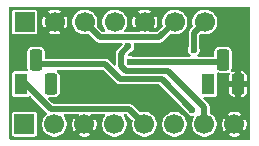
<source format=gbr>
%TF.GenerationSoftware,KiCad,Pcbnew,9.0.5*%
%TF.CreationDate,2025-11-23T20:09:45-05:00*%
%TF.ProjectId,Silicon Fuzz Face Compact,53696c69-636f-46e2-9046-757a7a204661,rev?*%
%TF.SameCoordinates,Original*%
%TF.FileFunction,Copper,L2,Bot*%
%TF.FilePolarity,Positive*%
%FSLAX46Y46*%
G04 Gerber Fmt 4.6, Leading zero omitted, Abs format (unit mm)*
G04 Created by KiCad (PCBNEW 9.0.5) date 2025-11-23 20:09:45*
%MOMM*%
%LPD*%
G01*
G04 APERTURE LIST*
G04 Aperture macros list*
%AMRoundRect*
0 Rectangle with rounded corners*
0 $1 Rounding radius*
0 $2 $3 $4 $5 $6 $7 $8 $9 X,Y pos of 4 corners*
0 Add a 4 corners polygon primitive as box body*
4,1,4,$2,$3,$4,$5,$6,$7,$8,$9,$2,$3,0*
0 Add four circle primitives for the rounded corners*
1,1,$1+$1,$2,$3*
1,1,$1+$1,$4,$5*
1,1,$1+$1,$6,$7*
1,1,$1+$1,$8,$9*
0 Add four rect primitives between the rounded corners*
20,1,$1+$1,$2,$3,$4,$5,0*
20,1,$1+$1,$4,$5,$6,$7,0*
20,1,$1+$1,$6,$7,$8,$9,0*
20,1,$1+$1,$8,$9,$2,$3,0*%
G04 Aperture macros list end*
%TA.AperFunction,ComponentPad*%
%ADD10R,1.700000X1.700000*%
%TD*%
%TA.AperFunction,ComponentPad*%
%ADD11C,1.700000*%
%TD*%
%TA.AperFunction,ComponentPad*%
%ADD12R,1.100000X1.800000*%
%TD*%
%TA.AperFunction,ComponentPad*%
%ADD13RoundRect,0.275000X-0.275000X-0.625000X0.275000X-0.625000X0.275000X0.625000X-0.275000X0.625000X0*%
%TD*%
%TA.AperFunction,ViaPad*%
%ADD14C,0.600000*%
%TD*%
%TA.AperFunction,Conductor*%
%ADD15C,0.500000*%
%TD*%
G04 APERTURE END LIST*
D10*
%TO.P,J1,1,Pin_1*%
%TO.N,/1k Pot 1*%
X50500000Y-90950000D03*
D11*
%TO.P,J1,2,Pin_2*%
%TO.N,/1k Pot 2*%
X53040000Y-90950000D03*
%TO.P,J1,3,Pin_3*%
%TO.N,GND*%
X55580000Y-90950000D03*
%TO.P,J1,4,Pin_4*%
%TO.N,/20k Pot 1*%
X58120000Y-90950000D03*
%TO.P,J1,5,Pin_5*%
%TO.N,/20k Pot 2*%
X60660000Y-90950000D03*
%TO.P,J1,6,Pin_6*%
%TO.N,/500k Pot 1*%
X63200000Y-90950000D03*
%TO.P,J1,7,Pin_7*%
%TO.N,/500k Pot 2*%
X65740000Y-90950000D03*
%TO.P,J1,8,Pin_8*%
%TO.N,GND*%
X68280000Y-90950000D03*
%TD*%
D10*
%TO.P,J2,1,Pin_1*%
%TO.N,/InputHigh*%
X50520000Y-82300000D03*
D11*
%TO.P,J2,2,Pin_2*%
%TO.N,GND*%
X53060000Y-82300000D03*
%TO.P,J2,3,Pin_3*%
%TO.N,/+9V*%
X55600000Y-82300000D03*
%TO.P,J2,4,Pin_4*%
%TO.N,/500k Pot 2*%
X58140000Y-82300000D03*
%TO.P,J2,5,Pin_5*%
%TO.N,GND*%
X60680000Y-82300000D03*
%TO.P,J2,6,Pin_6*%
%TO.N,/+9V*%
X63220000Y-82300000D03*
%TO.P,J2,7,Pin_7*%
%TO.N,/9V-GND*%
X65760000Y-82300000D03*
%TD*%
D12*
%TO.P,Q2,1,C*%
%TO.N,/20k Pot 2*%
X50210000Y-87550000D03*
D13*
%TO.P,Q2,2,B*%
%TO.N,Net-(Q1-C)*%
X51480000Y-85480000D03*
%TO.P,Q2,3,E*%
%TO.N,/1k Pot 1*%
X52750000Y-87550000D03*
%TD*%
D12*
%TO.P,Q1,1,C*%
%TO.N,Net-(Q1-C)*%
X66050000Y-87550000D03*
D13*
%TO.P,Q1,2,B*%
%TO.N,Net-(Q1-B)*%
X67320000Y-85480000D03*
%TO.P,Q1,3,E*%
%TO.N,GND*%
X68590000Y-87550000D03*
%TD*%
D14*
%TO.N,GND*%
X56925000Y-91900000D03*
X59375000Y-81400000D03*
X68550000Y-85900000D03*
X61975000Y-91900000D03*
X66750000Y-83275000D03*
X50225000Y-85975000D03*
X53825000Y-87450000D03*
X57850000Y-87500000D03*
X66975000Y-91875000D03*
X52133081Y-91950000D03*
X54300000Y-81400000D03*
X60525000Y-84925000D03*
X64450000Y-81425000D03*
%TO.N,Net-(Q1-C)*%
X64700000Y-89725000D03*
%TO.N,Net-(Q1-B)*%
X59425000Y-85675000D03*
%TO.N,/500k Pot 2*%
X59300000Y-84351000D03*
%TO.N,/9V-GND*%
X64850000Y-84650000D03*
%TD*%
D15*
%TO.N,Net-(Q1-C)*%
X51480000Y-85880000D02*
X57340108Y-85880000D01*
X58587108Y-87127000D02*
X62102000Y-87127000D01*
X62102000Y-87127000D02*
X64700000Y-89725000D01*
X57340108Y-85880000D02*
X58587108Y-87127000D01*
%TO.N,Net-(Q1-B)*%
X59425000Y-85675000D02*
X67115000Y-85675000D01*
X67115000Y-85675000D02*
X67320000Y-85880000D01*
%TO.N,/+9V*%
X61919000Y-83601000D02*
X63220000Y-82300000D01*
X56901000Y-83601000D02*
X61919000Y-83601000D01*
X55600000Y-82300000D02*
X56901000Y-83601000D01*
%TO.N,/500k Pot 2*%
X59113925Y-86426000D02*
X58675000Y-85987075D01*
X58675000Y-85987075D02*
X58675000Y-84976000D01*
X65740000Y-90950000D02*
X65740000Y-89515000D01*
X65740000Y-89515000D02*
X62651000Y-86426000D01*
X62651000Y-86426000D02*
X59113925Y-86426000D01*
X58675000Y-84976000D02*
X59300000Y-84351000D01*
%TO.N,/20k Pot 2*%
X52709000Y-89649000D02*
X50210000Y-87150000D01*
X60660000Y-90950000D02*
X59359000Y-89649000D01*
X59359000Y-89649000D02*
X52709000Y-89649000D01*
%TO.N,/9V-GND*%
X64850000Y-84650000D02*
X64850000Y-83210000D01*
X64850000Y-83210000D02*
X65760000Y-82300000D01*
%TD*%
%TA.AperFunction,Conductor*%
%TO.N,GND*%
G36*
X69558691Y-81019407D02*
G01*
X69594655Y-81068907D01*
X69599500Y-81099500D01*
X69599500Y-92150500D01*
X69580593Y-92208691D01*
X69531093Y-92244655D01*
X69500500Y-92249500D01*
X49299500Y-92249500D01*
X49241309Y-92230593D01*
X49205345Y-92181093D01*
X49200500Y-92150500D01*
X49200500Y-90080253D01*
X49449500Y-90080253D01*
X49449500Y-91819746D01*
X49449501Y-91819758D01*
X49461132Y-91878227D01*
X49461134Y-91878233D01*
X49505445Y-91944548D01*
X49505448Y-91944552D01*
X49571769Y-91988867D01*
X49616231Y-91997711D01*
X49630241Y-92000498D01*
X49630246Y-92000498D01*
X49630252Y-92000500D01*
X49630253Y-92000500D01*
X51369747Y-92000500D01*
X51369748Y-92000500D01*
X51428231Y-91988867D01*
X51494552Y-91944552D01*
X51538867Y-91878231D01*
X51550500Y-91819748D01*
X51550500Y-90080252D01*
X51538867Y-90021769D01*
X51494552Y-89955448D01*
X51494548Y-89955445D01*
X51428233Y-89911134D01*
X51428231Y-89911133D01*
X51428228Y-89911132D01*
X51428227Y-89911132D01*
X51369758Y-89899501D01*
X51369748Y-89899500D01*
X49630252Y-89899500D01*
X49630251Y-89899500D01*
X49630241Y-89899501D01*
X49571772Y-89911132D01*
X49571766Y-89911134D01*
X49505451Y-89955445D01*
X49505445Y-89955451D01*
X49461134Y-90021766D01*
X49461132Y-90021772D01*
X49449501Y-90080241D01*
X49449500Y-90080253D01*
X49200500Y-90080253D01*
X49200500Y-86630253D01*
X49459500Y-86630253D01*
X49459500Y-88469746D01*
X49459501Y-88469758D01*
X49468367Y-88514327D01*
X49471133Y-88528231D01*
X49515448Y-88594552D01*
X49581769Y-88638867D01*
X49626231Y-88647711D01*
X49640241Y-88650498D01*
X49640246Y-88650498D01*
X49640252Y-88650500D01*
X49640253Y-88650500D01*
X50779747Y-88650500D01*
X50779748Y-88650500D01*
X50838231Y-88638867D01*
X50904552Y-88594552D01*
X50904552Y-88594551D01*
X50904673Y-88594471D01*
X50963561Y-88577862D01*
X51020965Y-88599039D01*
X51029678Y-88606781D01*
X52396889Y-89973992D01*
X52424665Y-90028508D01*
X52415094Y-90088940D01*
X52381889Y-90126308D01*
X52370350Y-90134018D01*
X52224020Y-90280348D01*
X52109058Y-90452402D01*
X52029869Y-90643581D01*
X51989500Y-90846532D01*
X51989500Y-91053467D01*
X52029869Y-91256418D01*
X52109058Y-91447597D01*
X52140777Y-91495068D01*
X52224023Y-91619655D01*
X52370345Y-91765977D01*
X52542402Y-91880941D01*
X52733580Y-91960130D01*
X52936535Y-92000500D01*
X52936536Y-92000500D01*
X53143464Y-92000500D01*
X53143465Y-92000500D01*
X53346420Y-91960130D01*
X53537598Y-91880941D01*
X53709655Y-91765977D01*
X53855977Y-91619655D01*
X53970941Y-91447598D01*
X54050130Y-91256420D01*
X54090500Y-91053465D01*
X54090500Y-90846535D01*
X54050130Y-90643580D01*
X53970941Y-90452402D01*
X53855977Y-90280345D01*
X53844133Y-90268501D01*
X53816358Y-90213987D01*
X53825929Y-90153555D01*
X53869194Y-90110290D01*
X53914139Y-90099500D01*
X55042045Y-90099500D01*
X55100236Y-90118407D01*
X55112048Y-90128496D01*
X55450590Y-90467037D01*
X55387007Y-90484075D01*
X55272993Y-90549901D01*
X55179901Y-90642993D01*
X55114075Y-90757007D01*
X55097037Y-90820591D01*
X54681377Y-90404931D01*
X54649501Y-90452638D01*
X54570349Y-90643727D01*
X54530000Y-90846581D01*
X54530000Y-91053418D01*
X54570349Y-91256272D01*
X54649501Y-91447360D01*
X54649505Y-91447369D01*
X54681377Y-91495067D01*
X55097036Y-91079407D01*
X55114075Y-91142993D01*
X55179901Y-91257007D01*
X55272993Y-91350099D01*
X55387007Y-91415925D01*
X55450590Y-91432962D01*
X55034931Y-91848621D01*
X55082639Y-91880498D01*
X55273727Y-91959650D01*
X55476581Y-91999999D01*
X55476586Y-92000000D01*
X55683414Y-92000000D01*
X55683418Y-91999999D01*
X55886272Y-91959650D01*
X56077359Y-91880499D01*
X56125068Y-91848621D01*
X55709409Y-91432962D01*
X55772993Y-91415925D01*
X55887007Y-91350099D01*
X55980099Y-91257007D01*
X56045925Y-91142993D01*
X56062962Y-91079409D01*
X56478621Y-91495068D01*
X56510499Y-91447359D01*
X56589650Y-91256272D01*
X56629999Y-91053418D01*
X56630000Y-91053413D01*
X56630000Y-90846586D01*
X56629999Y-90846581D01*
X56589650Y-90643727D01*
X56510498Y-90452639D01*
X56478621Y-90404931D01*
X56062962Y-90820590D01*
X56045925Y-90757007D01*
X55980099Y-90642993D01*
X55887007Y-90549901D01*
X55772993Y-90484075D01*
X55709409Y-90467037D01*
X56047952Y-90128496D01*
X56102468Y-90100719D01*
X56117955Y-90099500D01*
X57245861Y-90099500D01*
X57304052Y-90118407D01*
X57340016Y-90167907D01*
X57340016Y-90229093D01*
X57315866Y-90268501D01*
X57304023Y-90280345D01*
X57304020Y-90280348D01*
X57189058Y-90452402D01*
X57109869Y-90643581D01*
X57069500Y-90846532D01*
X57069500Y-91053467D01*
X57109869Y-91256418D01*
X57189058Y-91447597D01*
X57220777Y-91495068D01*
X57304023Y-91619655D01*
X57450345Y-91765977D01*
X57622402Y-91880941D01*
X57813580Y-91960130D01*
X58016535Y-92000500D01*
X58016536Y-92000500D01*
X58223464Y-92000500D01*
X58223465Y-92000500D01*
X58426420Y-91960130D01*
X58617598Y-91880941D01*
X58789655Y-91765977D01*
X58935977Y-91619655D01*
X59050941Y-91447598D01*
X59130130Y-91256420D01*
X59170500Y-91053465D01*
X59170500Y-90846535D01*
X59130130Y-90643580D01*
X59050941Y-90452402D01*
X58935977Y-90280345D01*
X58924133Y-90268501D01*
X58913610Y-90247848D01*
X58899984Y-90229093D01*
X58899984Y-90221103D01*
X58896358Y-90213987D01*
X58899984Y-90191092D01*
X58899984Y-90167907D01*
X58904679Y-90161444D01*
X58905929Y-90153555D01*
X58922320Y-90137163D01*
X58935948Y-90118407D01*
X58943545Y-90115938D01*
X58949194Y-90110290D01*
X58994139Y-90099500D01*
X59131389Y-90099500D01*
X59189580Y-90118407D01*
X59201393Y-90128497D01*
X59623503Y-90550608D01*
X59651280Y-90605124D01*
X59650597Y-90639925D01*
X59609500Y-90846532D01*
X59609500Y-91053467D01*
X59649869Y-91256418D01*
X59729058Y-91447597D01*
X59760777Y-91495068D01*
X59844023Y-91619655D01*
X59990345Y-91765977D01*
X60162402Y-91880941D01*
X60353580Y-91960130D01*
X60556535Y-92000500D01*
X60556536Y-92000500D01*
X60763464Y-92000500D01*
X60763465Y-92000500D01*
X60966420Y-91960130D01*
X61157598Y-91880941D01*
X61329655Y-91765977D01*
X61475977Y-91619655D01*
X61590941Y-91447598D01*
X61670130Y-91256420D01*
X61710500Y-91053465D01*
X61710500Y-90846535D01*
X61710499Y-90846532D01*
X62149500Y-90846532D01*
X62149500Y-91053467D01*
X62189869Y-91256418D01*
X62269058Y-91447597D01*
X62300777Y-91495068D01*
X62384023Y-91619655D01*
X62530345Y-91765977D01*
X62702402Y-91880941D01*
X62893580Y-91960130D01*
X63096535Y-92000500D01*
X63096536Y-92000500D01*
X63303464Y-92000500D01*
X63303465Y-92000500D01*
X63506420Y-91960130D01*
X63697598Y-91880941D01*
X63869655Y-91765977D01*
X64015977Y-91619655D01*
X64130941Y-91447598D01*
X64210130Y-91256420D01*
X64250500Y-91053465D01*
X64250500Y-90846535D01*
X64210130Y-90643580D01*
X64130941Y-90452402D01*
X64015977Y-90280345D01*
X63869655Y-90134023D01*
X63861385Y-90128497D01*
X63697597Y-90019058D01*
X63506418Y-89939869D01*
X63303467Y-89899500D01*
X63303465Y-89899500D01*
X63096535Y-89899500D01*
X63096532Y-89899500D01*
X62893581Y-89939869D01*
X62702402Y-90019058D01*
X62530348Y-90134020D01*
X62384020Y-90280348D01*
X62269058Y-90452402D01*
X62189869Y-90643581D01*
X62149500Y-90846532D01*
X61710499Y-90846532D01*
X61670130Y-90643580D01*
X61590941Y-90452402D01*
X61475977Y-90280345D01*
X61329655Y-90134023D01*
X61321385Y-90128497D01*
X61157597Y-90019058D01*
X60966418Y-89939869D01*
X60763467Y-89899500D01*
X60763465Y-89899500D01*
X60556535Y-89899500D01*
X60556532Y-89899500D01*
X60349925Y-89940597D01*
X60289164Y-89933405D01*
X60260608Y-89913503D01*
X59635614Y-89288511D01*
X59635609Y-89288507D01*
X59532890Y-89229202D01*
X59532886Y-89229200D01*
X59508673Y-89222712D01*
X59508673Y-89222713D01*
X59418309Y-89198500D01*
X59418307Y-89198500D01*
X52936612Y-89198500D01*
X52878421Y-89179593D01*
X52866608Y-89169504D01*
X52516607Y-88819503D01*
X52488830Y-88764986D01*
X52498401Y-88704554D01*
X52541666Y-88661289D01*
X52586607Y-88650499D01*
X53070484Y-88650499D01*
X53127114Y-88644412D01*
X53255226Y-88596628D01*
X53364687Y-88514687D01*
X53446628Y-88405226D01*
X53494412Y-88277114D01*
X53500500Y-88220485D01*
X53500499Y-86879516D01*
X53494412Y-86822886D01*
X53446628Y-86694774D01*
X53364687Y-86585313D01*
X53262414Y-86508753D01*
X53227162Y-86458745D01*
X53228036Y-86397566D01*
X53264703Y-86348585D01*
X53321744Y-86330500D01*
X57112497Y-86330500D01*
X57170688Y-86349407D01*
X57182501Y-86359496D01*
X58310494Y-87487489D01*
X58369804Y-87521731D01*
X58413222Y-87546799D01*
X58527799Y-87577500D01*
X61874389Y-87577500D01*
X61932580Y-87596407D01*
X61944393Y-87606496D01*
X64206625Y-89868728D01*
X64232246Y-89913105D01*
X64233608Y-89918186D01*
X64299500Y-90032314D01*
X64392686Y-90125500D01*
X64392688Y-90125501D01*
X64392690Y-90125503D01*
X64506810Y-90191390D01*
X64506808Y-90191390D01*
X64506812Y-90191391D01*
X64506814Y-90191392D01*
X64634108Y-90225500D01*
X64634110Y-90225500D01*
X64772381Y-90225500D01*
X64772381Y-90227677D01*
X64822973Y-90237045D01*
X64865098Y-90281420D01*
X64873094Y-90342080D01*
X64858065Y-90379056D01*
X64809059Y-90452399D01*
X64729869Y-90643581D01*
X64689500Y-90846532D01*
X64689500Y-91053467D01*
X64729869Y-91256418D01*
X64809058Y-91447597D01*
X64840777Y-91495068D01*
X64924023Y-91619655D01*
X65070345Y-91765977D01*
X65242402Y-91880941D01*
X65433580Y-91960130D01*
X65636535Y-92000500D01*
X65636536Y-92000500D01*
X65843464Y-92000500D01*
X65843465Y-92000500D01*
X66046420Y-91960130D01*
X66237598Y-91880941D01*
X66409655Y-91765977D01*
X66555977Y-91619655D01*
X66670941Y-91447598D01*
X66750130Y-91256420D01*
X66790500Y-91053465D01*
X66790500Y-90846581D01*
X67230000Y-90846581D01*
X67230000Y-91053418D01*
X67270349Y-91256272D01*
X67349501Y-91447360D01*
X67349505Y-91447369D01*
X67381377Y-91495067D01*
X67797036Y-91079407D01*
X67814075Y-91142993D01*
X67879901Y-91257007D01*
X67972993Y-91350099D01*
X68087007Y-91415925D01*
X68150590Y-91432962D01*
X67734931Y-91848621D01*
X67782639Y-91880498D01*
X67973727Y-91959650D01*
X68176581Y-91999999D01*
X68176586Y-92000000D01*
X68383414Y-92000000D01*
X68383418Y-91999999D01*
X68586272Y-91959650D01*
X68777359Y-91880499D01*
X68825068Y-91848621D01*
X68409409Y-91432962D01*
X68472993Y-91415925D01*
X68587007Y-91350099D01*
X68680099Y-91257007D01*
X68745925Y-91142993D01*
X68762962Y-91079409D01*
X69178621Y-91495068D01*
X69210499Y-91447359D01*
X69289650Y-91256272D01*
X69329999Y-91053418D01*
X69330000Y-91053413D01*
X69330000Y-90846586D01*
X69329999Y-90846581D01*
X69289650Y-90643727D01*
X69210498Y-90452639D01*
X69178621Y-90404931D01*
X68762962Y-90820590D01*
X68745925Y-90757007D01*
X68680099Y-90642993D01*
X68587007Y-90549901D01*
X68472993Y-90484075D01*
X68409407Y-90467036D01*
X68825067Y-90051377D01*
X68777369Y-90019505D01*
X68777360Y-90019501D01*
X68586272Y-89940349D01*
X68383418Y-89900000D01*
X68176581Y-89900000D01*
X67973727Y-89940349D01*
X67782638Y-90019501D01*
X67734931Y-90051377D01*
X68150591Y-90467037D01*
X68087007Y-90484075D01*
X67972993Y-90549901D01*
X67879901Y-90642993D01*
X67814075Y-90757007D01*
X67797037Y-90820591D01*
X67381377Y-90404931D01*
X67349501Y-90452638D01*
X67270349Y-90643727D01*
X67230000Y-90846581D01*
X66790500Y-90846581D01*
X66790500Y-90846535D01*
X66750130Y-90643580D01*
X66670941Y-90452402D01*
X66555977Y-90280345D01*
X66409655Y-90134023D01*
X66401385Y-90128497D01*
X66234499Y-90016988D01*
X66196619Y-89968938D01*
X66190500Y-89934672D01*
X66190500Y-89455690D01*
X66190499Y-89455688D01*
X66166286Y-89365326D01*
X66159799Y-89341113D01*
X66100490Y-89238386D01*
X66031608Y-89169504D01*
X65681608Y-88819503D01*
X65653831Y-88764987D01*
X65663402Y-88704555D01*
X65706667Y-88661290D01*
X65751612Y-88650500D01*
X66619747Y-88650500D01*
X66619748Y-88650500D01*
X66678231Y-88638867D01*
X66744552Y-88594552D01*
X66788867Y-88528231D01*
X66800500Y-88469748D01*
X66800500Y-87800001D01*
X67840001Y-87800001D01*
X67840001Y-88220436D01*
X67846081Y-88277004D01*
X67846082Y-88277006D01*
X67893814Y-88404983D01*
X67975668Y-88514327D01*
X67975672Y-88514331D01*
X68085016Y-88596185D01*
X68212990Y-88643916D01*
X68212998Y-88643918D01*
X68269566Y-88649999D01*
X68339999Y-88649998D01*
X68340000Y-88649998D01*
X68340000Y-87800001D01*
X68840000Y-87800001D01*
X68840000Y-88649998D01*
X68840001Y-88649999D01*
X68910431Y-88649999D01*
X68910436Y-88649998D01*
X68967004Y-88643918D01*
X68967006Y-88643917D01*
X69094983Y-88596185D01*
X69204327Y-88514331D01*
X69204331Y-88514327D01*
X69286185Y-88404983D01*
X69333916Y-88277009D01*
X69333918Y-88277001D01*
X69340000Y-88220434D01*
X69340000Y-87800001D01*
X69339999Y-87800000D01*
X68840001Y-87800000D01*
X68840000Y-87800001D01*
X68340000Y-87800001D01*
X68339999Y-87800000D01*
X67840002Y-87800000D01*
X67840001Y-87800001D01*
X66800500Y-87800001D01*
X66800500Y-86663891D01*
X66819407Y-86605700D01*
X66868907Y-86569736D01*
X66930093Y-86569736D01*
X66934073Y-86571124D01*
X66942886Y-86574412D01*
X66999515Y-86580500D01*
X67640484Y-86580499D01*
X67697114Y-86574412D01*
X67779364Y-86543733D01*
X67840491Y-86541113D01*
X67891486Y-86574924D01*
X67912868Y-86632251D01*
X67897146Y-86688770D01*
X67897207Y-86688803D01*
X67897065Y-86689062D01*
X67896471Y-86691199D01*
X67893931Y-86694800D01*
X67893815Y-86695013D01*
X67846083Y-86822990D01*
X67846081Y-86822998D01*
X67840000Y-86879565D01*
X67840000Y-87299999D01*
X67840001Y-87300000D01*
X68243590Y-87300000D01*
X68289925Y-87380255D01*
X68359745Y-87450075D01*
X68445255Y-87499444D01*
X68540630Y-87525000D01*
X68639370Y-87525000D01*
X68734745Y-87499444D01*
X68820255Y-87450075D01*
X68890075Y-87380255D01*
X68936410Y-87300000D01*
X69339998Y-87300000D01*
X69339999Y-87299999D01*
X69339999Y-86879569D01*
X69339998Y-86879563D01*
X69333918Y-86822995D01*
X69333917Y-86822993D01*
X69286185Y-86695016D01*
X69204331Y-86585672D01*
X69204327Y-86585668D01*
X69094983Y-86503814D01*
X68967009Y-86456083D01*
X68967001Y-86456081D01*
X68910434Y-86450000D01*
X68840001Y-86450000D01*
X68840000Y-86450001D01*
X68840000Y-86869670D01*
X68820255Y-86849925D01*
X68734745Y-86800556D01*
X68639370Y-86775000D01*
X68540630Y-86775000D01*
X68445255Y-86800556D01*
X68359745Y-86849925D01*
X68340000Y-86869670D01*
X68340000Y-86449999D01*
X68269570Y-86450000D01*
X68269562Y-86450001D01*
X68212995Y-86456081D01*
X68212990Y-86456082D01*
X68130949Y-86486682D01*
X68069820Y-86489302D01*
X68018825Y-86455491D01*
X67997444Y-86398163D01*
X68013842Y-86339216D01*
X68016535Y-86335395D01*
X68016625Y-86335231D01*
X68016625Y-86335229D01*
X68016628Y-86335226D01*
X68064412Y-86207114D01*
X68070500Y-86150485D01*
X68070499Y-84809516D01*
X68064412Y-84752886D01*
X68016628Y-84624774D01*
X67934687Y-84515313D01*
X67856540Y-84456813D01*
X67825228Y-84433373D01*
X67825226Y-84433372D01*
X67697114Y-84385588D01*
X67697113Y-84385587D01*
X67658895Y-84381479D01*
X67640485Y-84379500D01*
X67640481Y-84379500D01*
X66999521Y-84379500D01*
X66999515Y-84379501D01*
X66942888Y-84385587D01*
X66942886Y-84385588D01*
X66814774Y-84433372D01*
X66814773Y-84433372D01*
X66814772Y-84433373D01*
X66705315Y-84515311D01*
X66705311Y-84515315D01*
X66623373Y-84624771D01*
X66575587Y-84752887D01*
X66569500Y-84809518D01*
X66569500Y-85125500D01*
X66550593Y-85183691D01*
X66501093Y-85219655D01*
X66470500Y-85224500D01*
X65222197Y-85224500D01*
X65164006Y-85205593D01*
X65128042Y-85156093D01*
X65128042Y-85094907D01*
X65154755Y-85057118D01*
X65152725Y-85055088D01*
X65157311Y-85050501D01*
X65157314Y-85050500D01*
X65250500Y-84957314D01*
X65316392Y-84843186D01*
X65350500Y-84715892D01*
X65350500Y-84584108D01*
X65316392Y-84456814D01*
X65313761Y-84452258D01*
X65300500Y-84402761D01*
X65300500Y-83437609D01*
X65302968Y-83430011D01*
X65301719Y-83422122D01*
X65312243Y-83401466D01*
X65319407Y-83379418D01*
X65329485Y-83367616D01*
X65360607Y-83336494D01*
X65415122Y-83308719D01*
X65449923Y-83309402D01*
X65453577Y-83310128D01*
X65453580Y-83310130D01*
X65656535Y-83350500D01*
X65656536Y-83350500D01*
X65863464Y-83350500D01*
X65863465Y-83350500D01*
X66066420Y-83310130D01*
X66257598Y-83230941D01*
X66429655Y-83115977D01*
X66575977Y-82969655D01*
X66690941Y-82797598D01*
X66770130Y-82606420D01*
X66810500Y-82403465D01*
X66810500Y-82196535D01*
X66770130Y-81993580D01*
X66690941Y-81802402D01*
X66575977Y-81630345D01*
X66429655Y-81484023D01*
X66349182Y-81430253D01*
X66257597Y-81369058D01*
X66066418Y-81289869D01*
X65863467Y-81249500D01*
X65863465Y-81249500D01*
X65656535Y-81249500D01*
X65656532Y-81249500D01*
X65453581Y-81289869D01*
X65262402Y-81369058D01*
X65090348Y-81484020D01*
X64944020Y-81630348D01*
X64829058Y-81802402D01*
X64749869Y-81993581D01*
X64709500Y-82196532D01*
X64709500Y-82403467D01*
X64750597Y-82610075D01*
X64743405Y-82670836D01*
X64723503Y-82699392D01*
X64489511Y-82933385D01*
X64489507Y-82933390D01*
X64430200Y-83036112D01*
X64430200Y-83036113D01*
X64430201Y-83036114D01*
X64402443Y-83139710D01*
X64399500Y-83150692D01*
X64399500Y-84402761D01*
X64386238Y-84452259D01*
X64383608Y-84456813D01*
X64383608Y-84456814D01*
X64349500Y-84584108D01*
X64349500Y-84715892D01*
X64359413Y-84752887D01*
X64383609Y-84843190D01*
X64449496Y-84957309D01*
X64449498Y-84957311D01*
X64449500Y-84957314D01*
X64542686Y-85050500D01*
X64542688Y-85050501D01*
X64547275Y-85055088D01*
X64545128Y-85057234D01*
X64572719Y-85097358D01*
X64571133Y-85158523D01*
X64533898Y-85207074D01*
X64477803Y-85224500D01*
X59672239Y-85224500D01*
X59622741Y-85211238D01*
X59618186Y-85208608D01*
X59606934Y-85205593D01*
X59490892Y-85174500D01*
X59359108Y-85174500D01*
X59352619Y-85174500D01*
X59352619Y-85172059D01*
X59301907Y-85160533D01*
X59261610Y-85114492D01*
X59256070Y-85053558D01*
X59282603Y-85005499D01*
X59443727Y-84844374D01*
X59488113Y-84818751D01*
X59493186Y-84817392D01*
X59607314Y-84751500D01*
X59700500Y-84658314D01*
X59700503Y-84658309D01*
X59766390Y-84544190D01*
X59766390Y-84544188D01*
X59766392Y-84544186D01*
X59800500Y-84416892D01*
X59800500Y-84285108D01*
X59771297Y-84176120D01*
X59774500Y-84115022D01*
X59813005Y-84067472D01*
X59866924Y-84051500D01*
X61978309Y-84051500D01*
X62068669Y-84027287D01*
X62068672Y-84027287D01*
X62081903Y-84023741D01*
X62092887Y-84020799D01*
X62195614Y-83961489D01*
X62820608Y-83336494D01*
X62875123Y-83308719D01*
X62909924Y-83309402D01*
X62913576Y-83310128D01*
X62913580Y-83310130D01*
X63116535Y-83350500D01*
X63116536Y-83350500D01*
X63323464Y-83350500D01*
X63323465Y-83350500D01*
X63526420Y-83310130D01*
X63717598Y-83230941D01*
X63889655Y-83115977D01*
X64035977Y-82969655D01*
X64150941Y-82797598D01*
X64230130Y-82606420D01*
X64270500Y-82403465D01*
X64270500Y-82196535D01*
X64230130Y-81993580D01*
X64150941Y-81802402D01*
X64035977Y-81630345D01*
X63889655Y-81484023D01*
X63809182Y-81430253D01*
X63717597Y-81369058D01*
X63526418Y-81289869D01*
X63323467Y-81249500D01*
X63323465Y-81249500D01*
X63116535Y-81249500D01*
X63116532Y-81249500D01*
X62913581Y-81289869D01*
X62722402Y-81369058D01*
X62550348Y-81484020D01*
X62404020Y-81630348D01*
X62289058Y-81802402D01*
X62209869Y-81993581D01*
X62169500Y-82196532D01*
X62169500Y-82403467D01*
X62210597Y-82610074D01*
X62203405Y-82670835D01*
X62183503Y-82699391D01*
X61761394Y-83121503D01*
X61706877Y-83149281D01*
X61691390Y-83150500D01*
X61217955Y-83150500D01*
X61159764Y-83131593D01*
X61147951Y-83121504D01*
X60809409Y-82782962D01*
X60872993Y-82765925D01*
X60987007Y-82700099D01*
X61080099Y-82607007D01*
X61145925Y-82492993D01*
X61162962Y-82429409D01*
X61578621Y-82845068D01*
X61610499Y-82797359D01*
X61689650Y-82606272D01*
X61729999Y-82403418D01*
X61730000Y-82403413D01*
X61730000Y-82196586D01*
X61729999Y-82196581D01*
X61689650Y-81993727D01*
X61610498Y-81802639D01*
X61578621Y-81754931D01*
X61162962Y-82170590D01*
X61145925Y-82107007D01*
X61080099Y-81992993D01*
X60987007Y-81899901D01*
X60872993Y-81834075D01*
X60809407Y-81817036D01*
X61225067Y-81401377D01*
X61177369Y-81369505D01*
X61177360Y-81369501D01*
X60986272Y-81290349D01*
X60783418Y-81250000D01*
X60576581Y-81250000D01*
X60373727Y-81290349D01*
X60182638Y-81369501D01*
X60134931Y-81401377D01*
X60550591Y-81817037D01*
X60487007Y-81834075D01*
X60372993Y-81899901D01*
X60279901Y-81992993D01*
X60214075Y-82107007D01*
X60197037Y-82170591D01*
X59781377Y-81754931D01*
X59749501Y-81802638D01*
X59670349Y-81993727D01*
X59630000Y-82196581D01*
X59630000Y-82403418D01*
X59670349Y-82606272D01*
X59749501Y-82797360D01*
X59749505Y-82797369D01*
X59781377Y-82845067D01*
X60197036Y-82429407D01*
X60214075Y-82492993D01*
X60279901Y-82607007D01*
X60372993Y-82700099D01*
X60487007Y-82765925D01*
X60550590Y-82782962D01*
X60212049Y-83121504D01*
X60157532Y-83149281D01*
X60142045Y-83150500D01*
X59014139Y-83150500D01*
X58955948Y-83131593D01*
X58919984Y-83082093D01*
X58919984Y-83020907D01*
X58944133Y-82981498D01*
X58955977Y-82969655D01*
X59070941Y-82797598D01*
X59150130Y-82606420D01*
X59190500Y-82403465D01*
X59190500Y-82196535D01*
X59150130Y-81993580D01*
X59070941Y-81802402D01*
X58955977Y-81630345D01*
X58809655Y-81484023D01*
X58729182Y-81430253D01*
X58637597Y-81369058D01*
X58446418Y-81289869D01*
X58243467Y-81249500D01*
X58243465Y-81249500D01*
X58036535Y-81249500D01*
X58036532Y-81249500D01*
X57833581Y-81289869D01*
X57642402Y-81369058D01*
X57470348Y-81484020D01*
X57324020Y-81630348D01*
X57209058Y-81802402D01*
X57129869Y-81993581D01*
X57089500Y-82196532D01*
X57089500Y-82403467D01*
X57129869Y-82606418D01*
X57209058Y-82797597D01*
X57324020Y-82969651D01*
X57324023Y-82969655D01*
X57335866Y-82981498D01*
X57346389Y-83002151D01*
X57360016Y-83020907D01*
X57360016Y-83028896D01*
X57363642Y-83036013D01*
X57360016Y-83058907D01*
X57360016Y-83082093D01*
X57355320Y-83088555D01*
X57354071Y-83096445D01*
X57337679Y-83112836D01*
X57324052Y-83131593D01*
X57316454Y-83134061D01*
X57310806Y-83139710D01*
X57265861Y-83150500D01*
X57128612Y-83150500D01*
X57070421Y-83131593D01*
X57058608Y-83121504D01*
X56636496Y-82699392D01*
X56608719Y-82644875D01*
X56609402Y-82610074D01*
X56610127Y-82606425D01*
X56610130Y-82606420D01*
X56650500Y-82403465D01*
X56650500Y-82196535D01*
X56610130Y-81993580D01*
X56530941Y-81802402D01*
X56415977Y-81630345D01*
X56269655Y-81484023D01*
X56189182Y-81430253D01*
X56097597Y-81369058D01*
X55906418Y-81289869D01*
X55703467Y-81249500D01*
X55703465Y-81249500D01*
X55496535Y-81249500D01*
X55496532Y-81249500D01*
X55293581Y-81289869D01*
X55102402Y-81369058D01*
X54930348Y-81484020D01*
X54784020Y-81630348D01*
X54669058Y-81802402D01*
X54589869Y-81993581D01*
X54549500Y-82196532D01*
X54549500Y-82403467D01*
X54589869Y-82606418D01*
X54669058Y-82797597D01*
X54784020Y-82969651D01*
X54784023Y-82969655D01*
X54930345Y-83115977D01*
X55102402Y-83230941D01*
X55293580Y-83310130D01*
X55496535Y-83350500D01*
X55496536Y-83350500D01*
X55703464Y-83350500D01*
X55703465Y-83350500D01*
X55906420Y-83310130D01*
X55906425Y-83310127D01*
X55910074Y-83309402D01*
X55970835Y-83316594D01*
X55999392Y-83336496D01*
X56624386Y-83961490D01*
X56727113Y-84020799D01*
X56751320Y-84027284D01*
X56751325Y-84027287D01*
X56751326Y-84027286D01*
X56841688Y-84051499D01*
X56841690Y-84051500D01*
X56841691Y-84051500D01*
X58723388Y-84051500D01*
X58781579Y-84070407D01*
X58817543Y-84119907D01*
X58817543Y-84181093D01*
X58793392Y-84220503D01*
X58314511Y-84699385D01*
X58314507Y-84699390D01*
X58255202Y-84802109D01*
X58255201Y-84802112D01*
X58251106Y-84817391D01*
X58251107Y-84817392D01*
X58244195Y-84843190D01*
X58224500Y-84916692D01*
X58224500Y-85888281D01*
X58205593Y-85946472D01*
X58156093Y-85982436D01*
X58094907Y-85982436D01*
X58055497Y-85958285D01*
X57616722Y-85519511D01*
X57616717Y-85519507D01*
X57513998Y-85460202D01*
X57513994Y-85460200D01*
X57489781Y-85453712D01*
X57489781Y-85453713D01*
X57399417Y-85429500D01*
X57399415Y-85429500D01*
X52329499Y-85429500D01*
X52271308Y-85410593D01*
X52235344Y-85361093D01*
X52230499Y-85330500D01*
X52230499Y-84809521D01*
X52230499Y-84809518D01*
X52230499Y-84809516D01*
X52224412Y-84752886D01*
X52176628Y-84624774D01*
X52094687Y-84515313D01*
X52016540Y-84456813D01*
X51985228Y-84433373D01*
X51985226Y-84433372D01*
X51857114Y-84385588D01*
X51857113Y-84385587D01*
X51818895Y-84381479D01*
X51800485Y-84379500D01*
X51800481Y-84379500D01*
X51159521Y-84379500D01*
X51159515Y-84379501D01*
X51102888Y-84385587D01*
X51102886Y-84385588D01*
X50974774Y-84433372D01*
X50974773Y-84433372D01*
X50974772Y-84433373D01*
X50865315Y-84515311D01*
X50865311Y-84515315D01*
X50783373Y-84624771D01*
X50735587Y-84752887D01*
X50729500Y-84809518D01*
X50729500Y-86150478D01*
X50729501Y-86150484D01*
X50735587Y-86207111D01*
X50735587Y-86207112D01*
X50735588Y-86207114D01*
X50776165Y-86315903D01*
X50778785Y-86377032D01*
X50744975Y-86428027D01*
X50687647Y-86449409D01*
X50683407Y-86449500D01*
X49640252Y-86449500D01*
X49640251Y-86449500D01*
X49640241Y-86449501D01*
X49581772Y-86461132D01*
X49581766Y-86461134D01*
X49515451Y-86505445D01*
X49515445Y-86505451D01*
X49471134Y-86571766D01*
X49471132Y-86571772D01*
X49459501Y-86630241D01*
X49459500Y-86630253D01*
X49200500Y-86630253D01*
X49200500Y-81430253D01*
X49469500Y-81430253D01*
X49469500Y-83169746D01*
X49469501Y-83169758D01*
X49481132Y-83228227D01*
X49481134Y-83228233D01*
X49522821Y-83290621D01*
X49525448Y-83294552D01*
X49591769Y-83338867D01*
X49636231Y-83347711D01*
X49650241Y-83350498D01*
X49650246Y-83350498D01*
X49650252Y-83350500D01*
X49650253Y-83350500D01*
X51389747Y-83350500D01*
X51389748Y-83350500D01*
X51448231Y-83338867D01*
X51514552Y-83294552D01*
X51558867Y-83228231D01*
X51570500Y-83169748D01*
X51570500Y-82196581D01*
X52010000Y-82196581D01*
X52010000Y-82403418D01*
X52050349Y-82606272D01*
X52129501Y-82797360D01*
X52129505Y-82797369D01*
X52161377Y-82845067D01*
X52577036Y-82429407D01*
X52594075Y-82492993D01*
X52659901Y-82607007D01*
X52752993Y-82700099D01*
X52867007Y-82765925D01*
X52930590Y-82782962D01*
X52514931Y-83198621D01*
X52562639Y-83230498D01*
X52753727Y-83309650D01*
X52956581Y-83349999D01*
X52956586Y-83350000D01*
X53163414Y-83350000D01*
X53163418Y-83349999D01*
X53366272Y-83309650D01*
X53557359Y-83230499D01*
X53605068Y-83198621D01*
X53189409Y-82782962D01*
X53252993Y-82765925D01*
X53367007Y-82700099D01*
X53460099Y-82607007D01*
X53525925Y-82492993D01*
X53542962Y-82429409D01*
X53958621Y-82845068D01*
X53990499Y-82797359D01*
X54069650Y-82606272D01*
X54109999Y-82403418D01*
X54110000Y-82403413D01*
X54110000Y-82196586D01*
X54109999Y-82196581D01*
X54069650Y-81993727D01*
X53990498Y-81802639D01*
X53958621Y-81754931D01*
X53542962Y-82170590D01*
X53525925Y-82107007D01*
X53460099Y-81992993D01*
X53367007Y-81899901D01*
X53252993Y-81834075D01*
X53189407Y-81817036D01*
X53605067Y-81401377D01*
X53557369Y-81369505D01*
X53557360Y-81369501D01*
X53366272Y-81290349D01*
X53163418Y-81250000D01*
X52956581Y-81250000D01*
X52753727Y-81290349D01*
X52562638Y-81369501D01*
X52514931Y-81401377D01*
X52930591Y-81817037D01*
X52867007Y-81834075D01*
X52752993Y-81899901D01*
X52659901Y-81992993D01*
X52594075Y-82107007D01*
X52577037Y-82170591D01*
X52161377Y-81754931D01*
X52129501Y-81802638D01*
X52050349Y-81993727D01*
X52010000Y-82196581D01*
X51570500Y-82196581D01*
X51570500Y-81430252D01*
X51558867Y-81371769D01*
X51514552Y-81305448D01*
X51514548Y-81305445D01*
X51448233Y-81261134D01*
X51448231Y-81261133D01*
X51448228Y-81261132D01*
X51448227Y-81261132D01*
X51389758Y-81249501D01*
X51389748Y-81249500D01*
X49650252Y-81249500D01*
X49650251Y-81249500D01*
X49650241Y-81249501D01*
X49591772Y-81261132D01*
X49591766Y-81261134D01*
X49525451Y-81305445D01*
X49525445Y-81305451D01*
X49481134Y-81371766D01*
X49481132Y-81371772D01*
X49469501Y-81430241D01*
X49469500Y-81430253D01*
X49200500Y-81430253D01*
X49200500Y-81099500D01*
X49219407Y-81041309D01*
X49268907Y-81005345D01*
X49299500Y-81000500D01*
X69500500Y-81000500D01*
X69558691Y-81019407D01*
G37*
%TD.AperFunction*%
%TD*%
M02*

</source>
